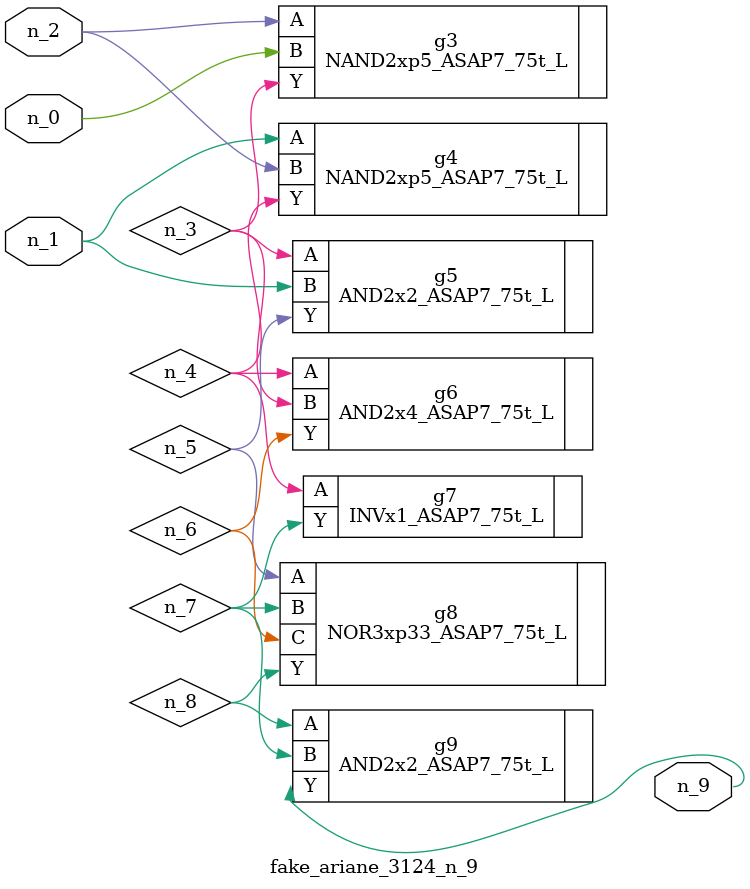
<source format=v>
module fake_ariane_3124_n_9 (n_1, n_0, n_2, n_9);

input n_1;
input n_0;
input n_2;

output n_9;

wire n_8;
wire n_3;
wire n_7;
wire n_5;
wire n_6;
wire n_4;

NAND2xp5_ASAP7_75t_L g3 ( 
.A(n_2),
.B(n_0),
.Y(n_3)
);

NAND2xp5_ASAP7_75t_L g4 ( 
.A(n_1),
.B(n_2),
.Y(n_4)
);

AND2x2_ASAP7_75t_L g5 ( 
.A(n_3),
.B(n_1),
.Y(n_5)
);

AND2x4_ASAP7_75t_L g6 ( 
.A(n_4),
.B(n_3),
.Y(n_6)
);

INVx1_ASAP7_75t_L g7 ( 
.A(n_4),
.Y(n_7)
);

NOR3xp33_ASAP7_75t_L g8 ( 
.A(n_5),
.B(n_7),
.C(n_6),
.Y(n_8)
);

AND2x2_ASAP7_75t_L g9 ( 
.A(n_8),
.B(n_7),
.Y(n_9)
);


endmodule
</source>
